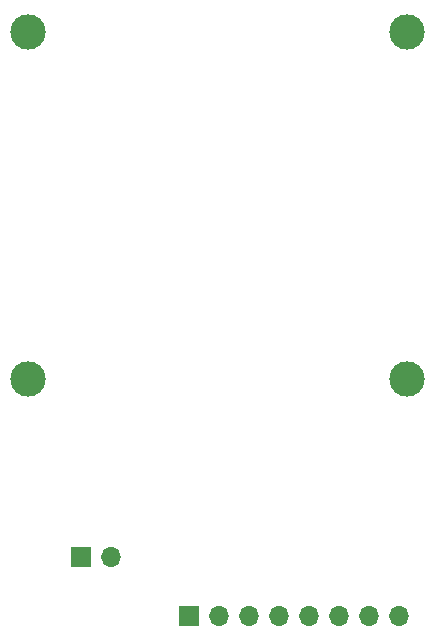
<source format=gbs>
G04 #@! TF.GenerationSoftware,KiCad,Pcbnew,7.0.9*
G04 #@! TF.CreationDate,2024-04-20T19:04:57+02:00*
G04 #@! TF.ProjectId,NFC_Programmer,4e46435f-5072-46f6-9772-616d6d65722e,3.0*
G04 #@! TF.SameCoordinates,Original*
G04 #@! TF.FileFunction,Soldermask,Bot*
G04 #@! TF.FilePolarity,Negative*
%FSLAX46Y46*%
G04 Gerber Fmt 4.6, Leading zero omitted, Abs format (unit mm)*
G04 Created by KiCad (PCBNEW 7.0.9) date 2024-04-20 19:04:57*
%MOMM*%
%LPD*%
G01*
G04 APERTURE LIST*
%ADD10C,3.000000*%
%ADD11R,1.700000X1.700000*%
%ADD12O,1.700000X1.700000*%
G04 APERTURE END LIST*
D10*
X124080000Y-58640000D03*
X156120000Y-58640000D03*
D11*
X128530000Y-103060000D03*
D12*
X131070000Y-103060000D03*
D10*
X124060000Y-88020000D03*
D11*
X137670000Y-108020000D03*
D12*
X140210000Y-108020000D03*
X142750000Y-108020000D03*
X145290000Y-108020000D03*
X147830000Y-108020000D03*
X150370000Y-108020000D03*
X152910000Y-108020000D03*
X155450000Y-108020000D03*
D10*
X156110000Y-88020000D03*
M02*

</source>
